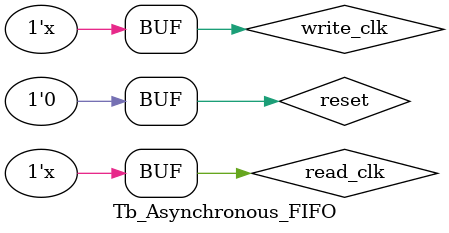
<source format=v>

`timescale 1ns/ 1ps


module Tb_Asynchronous_FIFO;

	
// Inputs
	reg read_clk;
	reg write_clk;
	reg reset;

// Outputs
	wire [15:0] data_out;
	wire r_empty;
	wire w_full;

	// Instantiate the Unit Under Test (UUT)
	Asynchronous_FIFO a1 (.read_clk(read_clk), .write_clk(write_clk), .reset(reset), .data_out(data_out), .r_empty(r_empty), .w_full(w_full));

	initial begin
		// Initialize Inputs
		read_clk = 0;
		write_clk = 0;
		reset = 1;
		#4 reset=0;
	end
		
		always begin
		#10 write_clk = ~write_clk;
		end
		always begin
		#100 read_clk = ~read_clk;
		end
        

      
endmodule


</source>
